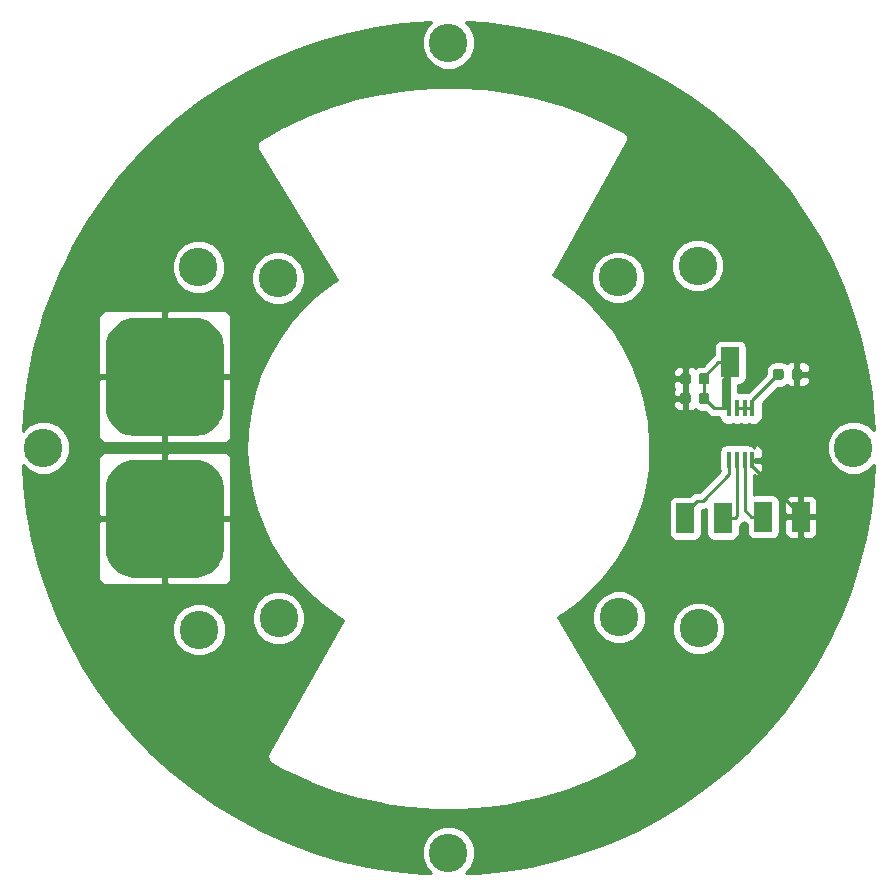
<source format=gbr>
G04 #@! TF.GenerationSoftware,KiCad,Pcbnew,(5.0.0)*
G04 #@! TF.CreationDate,2020-03-19T15:53:23-07:00*
G04 #@! TF.ProjectId,ring_illuminator,72696E675F696C6C756D696E61746F72,rev?*
G04 #@! TF.SameCoordinates,Original*
G04 #@! TF.FileFunction,Copper,L1,Top,Signal*
G04 #@! TF.FilePolarity,Positive*
%FSLAX46Y46*%
G04 Gerber Fmt 4.6, Leading zero omitted, Abs format (unit mm)*
G04 Created by KiCad (PCBNEW (5.0.0)) date 03/19/20 15:53:23*
%MOMM*%
%LPD*%
G01*
G04 APERTURE LIST*
G04 #@! TA.AperFunction,Conductor*
%ADD10C,0.100000*%
G04 #@! TD*
G04 #@! TA.AperFunction,SMDPad,CuDef*
%ADD11C,0.875000*%
G04 #@! TD*
G04 #@! TA.AperFunction,SMDPad,CuDef*
%ADD12R,0.450000X1.450000*%
G04 #@! TD*
G04 #@! TA.AperFunction,SMDPad,CuDef*
%ADD13R,1.524000X2.500000*%
G04 #@! TD*
G04 #@! TA.AperFunction,ComponentPad*
%ADD14C,3.260000*%
G04 #@! TD*
G04 #@! TA.AperFunction,SMDPad,CuDef*
%ADD15C,10.000000*%
G04 #@! TD*
G04 #@! TA.AperFunction,Conductor*
%ADD16C,0.250000*%
G04 #@! TD*
G04 #@! TA.AperFunction,Conductor*
%ADD17C,0.254000*%
G04 #@! TD*
G04 APERTURE END LIST*
D10*
G04 #@! TO.N,GND*
G04 #@! TO.C,C1*
G36*
X20306191Y4664947D02*
X20327426Y4661797D01*
X20348250Y4656581D01*
X20368462Y4649349D01*
X20387868Y4640170D01*
X20406281Y4629134D01*
X20423524Y4616346D01*
X20439430Y4601930D01*
X20453846Y4586024D01*
X20466634Y4568781D01*
X20477670Y4550368D01*
X20486849Y4530962D01*
X20494081Y4510750D01*
X20499297Y4489926D01*
X20502447Y4468691D01*
X20503500Y4447250D01*
X20503500Y3934750D01*
X20502447Y3913309D01*
X20499297Y3892074D01*
X20494081Y3871250D01*
X20486849Y3851038D01*
X20477670Y3831632D01*
X20466634Y3813219D01*
X20453846Y3795976D01*
X20439430Y3780070D01*
X20423524Y3765654D01*
X20406281Y3752866D01*
X20387868Y3741830D01*
X20368462Y3732651D01*
X20348250Y3725419D01*
X20327426Y3720203D01*
X20306191Y3717053D01*
X20284750Y3716000D01*
X19847250Y3716000D01*
X19825809Y3717053D01*
X19804574Y3720203D01*
X19783750Y3725419D01*
X19763538Y3732651D01*
X19744132Y3741830D01*
X19725719Y3752866D01*
X19708476Y3765654D01*
X19692570Y3780070D01*
X19678154Y3795976D01*
X19665366Y3813219D01*
X19654330Y3831632D01*
X19645151Y3851038D01*
X19637919Y3871250D01*
X19632703Y3892074D01*
X19629553Y3913309D01*
X19628500Y3934750D01*
X19628500Y4447250D01*
X19629553Y4468691D01*
X19632703Y4489926D01*
X19637919Y4510750D01*
X19645151Y4530962D01*
X19654330Y4550368D01*
X19665366Y4568781D01*
X19678154Y4586024D01*
X19692570Y4601930D01*
X19708476Y4616346D01*
X19725719Y4629134D01*
X19744132Y4640170D01*
X19763538Y4649349D01*
X19783750Y4656581D01*
X19804574Y4661797D01*
X19825809Y4664947D01*
X19847250Y4666000D01*
X20284750Y4666000D01*
X20306191Y4664947D01*
X20306191Y4664947D01*
G37*
D11*
G04 #@! TD*
G04 #@! TO.P,C1,2*
G04 #@! TO.N,GND*
X20066000Y4191000D03*
D10*
G04 #@! TO.N,/Vdd*
G04 #@! TO.C,C1*
G36*
X21881191Y4664947D02*
X21902426Y4661797D01*
X21923250Y4656581D01*
X21943462Y4649349D01*
X21962868Y4640170D01*
X21981281Y4629134D01*
X21998524Y4616346D01*
X22014430Y4601930D01*
X22028846Y4586024D01*
X22041634Y4568781D01*
X22052670Y4550368D01*
X22061849Y4530962D01*
X22069081Y4510750D01*
X22074297Y4489926D01*
X22077447Y4468691D01*
X22078500Y4447250D01*
X22078500Y3934750D01*
X22077447Y3913309D01*
X22074297Y3892074D01*
X22069081Y3871250D01*
X22061849Y3851038D01*
X22052670Y3831632D01*
X22041634Y3813219D01*
X22028846Y3795976D01*
X22014430Y3780070D01*
X21998524Y3765654D01*
X21981281Y3752866D01*
X21962868Y3741830D01*
X21943462Y3732651D01*
X21923250Y3725419D01*
X21902426Y3720203D01*
X21881191Y3717053D01*
X21859750Y3716000D01*
X21422250Y3716000D01*
X21400809Y3717053D01*
X21379574Y3720203D01*
X21358750Y3725419D01*
X21338538Y3732651D01*
X21319132Y3741830D01*
X21300719Y3752866D01*
X21283476Y3765654D01*
X21267570Y3780070D01*
X21253154Y3795976D01*
X21240366Y3813219D01*
X21229330Y3831632D01*
X21220151Y3851038D01*
X21212919Y3871250D01*
X21207703Y3892074D01*
X21204553Y3913309D01*
X21203500Y3934750D01*
X21203500Y4447250D01*
X21204553Y4468691D01*
X21207703Y4489926D01*
X21212919Y4510750D01*
X21220151Y4530962D01*
X21229330Y4550368D01*
X21240366Y4568781D01*
X21253154Y4586024D01*
X21267570Y4601930D01*
X21283476Y4616346D01*
X21300719Y4629134D01*
X21319132Y4640170D01*
X21338538Y4649349D01*
X21358750Y4656581D01*
X21379574Y4661797D01*
X21400809Y4664947D01*
X21422250Y4666000D01*
X21859750Y4666000D01*
X21881191Y4664947D01*
X21881191Y4664947D01*
G37*
D11*
G04 #@! TD*
G04 #@! TO.P,C1,1*
G04 #@! TO.N,/Vdd*
X21641000Y4191000D03*
D10*
G04 #@! TO.N,/Vdd*
G04 #@! TO.C,C2*
G36*
X21881191Y6315947D02*
X21902426Y6312797D01*
X21923250Y6307581D01*
X21943462Y6300349D01*
X21962868Y6291170D01*
X21981281Y6280134D01*
X21998524Y6267346D01*
X22014430Y6252930D01*
X22028846Y6237024D01*
X22041634Y6219781D01*
X22052670Y6201368D01*
X22061849Y6181962D01*
X22069081Y6161750D01*
X22074297Y6140926D01*
X22077447Y6119691D01*
X22078500Y6098250D01*
X22078500Y5585750D01*
X22077447Y5564309D01*
X22074297Y5543074D01*
X22069081Y5522250D01*
X22061849Y5502038D01*
X22052670Y5482632D01*
X22041634Y5464219D01*
X22028846Y5446976D01*
X22014430Y5431070D01*
X21998524Y5416654D01*
X21981281Y5403866D01*
X21962868Y5392830D01*
X21943462Y5383651D01*
X21923250Y5376419D01*
X21902426Y5371203D01*
X21881191Y5368053D01*
X21859750Y5367000D01*
X21422250Y5367000D01*
X21400809Y5368053D01*
X21379574Y5371203D01*
X21358750Y5376419D01*
X21338538Y5383651D01*
X21319132Y5392830D01*
X21300719Y5403866D01*
X21283476Y5416654D01*
X21267570Y5431070D01*
X21253154Y5446976D01*
X21240366Y5464219D01*
X21229330Y5482632D01*
X21220151Y5502038D01*
X21212919Y5522250D01*
X21207703Y5543074D01*
X21204553Y5564309D01*
X21203500Y5585750D01*
X21203500Y6098250D01*
X21204553Y6119691D01*
X21207703Y6140926D01*
X21212919Y6161750D01*
X21220151Y6181962D01*
X21229330Y6201368D01*
X21240366Y6219781D01*
X21253154Y6237024D01*
X21267570Y6252930D01*
X21283476Y6267346D01*
X21300719Y6280134D01*
X21319132Y6291170D01*
X21338538Y6300349D01*
X21358750Y6307581D01*
X21379574Y6312797D01*
X21400809Y6315947D01*
X21422250Y6317000D01*
X21859750Y6317000D01*
X21881191Y6315947D01*
X21881191Y6315947D01*
G37*
D11*
G04 #@! TD*
G04 #@! TO.P,C2,1*
G04 #@! TO.N,/Vdd*
X21641000Y5842000D03*
D10*
G04 #@! TO.N,GND*
G04 #@! TO.C,C2*
G36*
X20306191Y6315947D02*
X20327426Y6312797D01*
X20348250Y6307581D01*
X20368462Y6300349D01*
X20387868Y6291170D01*
X20406281Y6280134D01*
X20423524Y6267346D01*
X20439430Y6252930D01*
X20453846Y6237024D01*
X20466634Y6219781D01*
X20477670Y6201368D01*
X20486849Y6181962D01*
X20494081Y6161750D01*
X20499297Y6140926D01*
X20502447Y6119691D01*
X20503500Y6098250D01*
X20503500Y5585750D01*
X20502447Y5564309D01*
X20499297Y5543074D01*
X20494081Y5522250D01*
X20486849Y5502038D01*
X20477670Y5482632D01*
X20466634Y5464219D01*
X20453846Y5446976D01*
X20439430Y5431070D01*
X20423524Y5416654D01*
X20406281Y5403866D01*
X20387868Y5392830D01*
X20368462Y5383651D01*
X20348250Y5376419D01*
X20327426Y5371203D01*
X20306191Y5368053D01*
X20284750Y5367000D01*
X19847250Y5367000D01*
X19825809Y5368053D01*
X19804574Y5371203D01*
X19783750Y5376419D01*
X19763538Y5383651D01*
X19744132Y5392830D01*
X19725719Y5403866D01*
X19708476Y5416654D01*
X19692570Y5431070D01*
X19678154Y5446976D01*
X19665366Y5464219D01*
X19654330Y5482632D01*
X19645151Y5502038D01*
X19637919Y5522250D01*
X19632703Y5543074D01*
X19629553Y5564309D01*
X19628500Y5585750D01*
X19628500Y6098250D01*
X19629553Y6119691D01*
X19632703Y6140926D01*
X19637919Y6161750D01*
X19645151Y6181962D01*
X19654330Y6201368D01*
X19665366Y6219781D01*
X19678154Y6237024D01*
X19692570Y6252930D01*
X19708476Y6267346D01*
X19725719Y6280134D01*
X19744132Y6291170D01*
X19763538Y6300349D01*
X19783750Y6307581D01*
X19804574Y6312797D01*
X19825809Y6315947D01*
X19847250Y6317000D01*
X20284750Y6317000D01*
X20306191Y6315947D01*
X20306191Y6315947D01*
G37*
D11*
G04 #@! TD*
G04 #@! TO.P,C2,2*
G04 #@! TO.N,GND*
X20066000Y5842000D03*
D12*
G04 #@! TO.P,U1,1*
G04 #@! TO.N,/SDA*
X23790000Y-1057000D03*
G04 #@! TO.P,U1,2*
G04 #@! TO.N,/SCL*
X24440000Y-1057000D03*
G04 #@! TO.P,U1,3*
G04 #@! TO.N,/ALERT*
X25090000Y-1057000D03*
G04 #@! TO.P,U1,4*
G04 #@! TO.N,GND*
X25740000Y-1057000D03*
G04 #@! TO.P,U1,5*
G04 #@! TO.N,/A0*
X25740000Y3343000D03*
G04 #@! TO.P,U1,6*
X25090000Y3343000D03*
G04 #@! TO.P,U1,7*
X24440000Y3343000D03*
G04 #@! TO.P,U1,8*
G04 #@! TO.N,/Vdd*
X23790000Y3343000D03*
G04 #@! TD*
D10*
G04 #@! TO.N,GND*
G04 #@! TO.C,R1*
G36*
X29755191Y6696947D02*
X29776426Y6693797D01*
X29797250Y6688581D01*
X29817462Y6681349D01*
X29836868Y6672170D01*
X29855281Y6661134D01*
X29872524Y6648346D01*
X29888430Y6633930D01*
X29902846Y6618024D01*
X29915634Y6600781D01*
X29926670Y6582368D01*
X29935849Y6562962D01*
X29943081Y6542750D01*
X29948297Y6521926D01*
X29951447Y6500691D01*
X29952500Y6479250D01*
X29952500Y5966750D01*
X29951447Y5945309D01*
X29948297Y5924074D01*
X29943081Y5903250D01*
X29935849Y5883038D01*
X29926670Y5863632D01*
X29915634Y5845219D01*
X29902846Y5827976D01*
X29888430Y5812070D01*
X29872524Y5797654D01*
X29855281Y5784866D01*
X29836868Y5773830D01*
X29817462Y5764651D01*
X29797250Y5757419D01*
X29776426Y5752203D01*
X29755191Y5749053D01*
X29733750Y5748000D01*
X29296250Y5748000D01*
X29274809Y5749053D01*
X29253574Y5752203D01*
X29232750Y5757419D01*
X29212538Y5764651D01*
X29193132Y5773830D01*
X29174719Y5784866D01*
X29157476Y5797654D01*
X29141570Y5812070D01*
X29127154Y5827976D01*
X29114366Y5845219D01*
X29103330Y5863632D01*
X29094151Y5883038D01*
X29086919Y5903250D01*
X29081703Y5924074D01*
X29078553Y5945309D01*
X29077500Y5966750D01*
X29077500Y6479250D01*
X29078553Y6500691D01*
X29081703Y6521926D01*
X29086919Y6542750D01*
X29094151Y6562962D01*
X29103330Y6582368D01*
X29114366Y6600781D01*
X29127154Y6618024D01*
X29141570Y6633930D01*
X29157476Y6648346D01*
X29174719Y6661134D01*
X29193132Y6672170D01*
X29212538Y6681349D01*
X29232750Y6688581D01*
X29253574Y6693797D01*
X29274809Y6696947D01*
X29296250Y6698000D01*
X29733750Y6698000D01*
X29755191Y6696947D01*
X29755191Y6696947D01*
G37*
D11*
G04 #@! TD*
G04 #@! TO.P,R1,1*
G04 #@! TO.N,GND*
X29515000Y6223000D03*
D10*
G04 #@! TO.N,/A0*
G04 #@! TO.C,R1*
G36*
X28180191Y6696947D02*
X28201426Y6693797D01*
X28222250Y6688581D01*
X28242462Y6681349D01*
X28261868Y6672170D01*
X28280281Y6661134D01*
X28297524Y6648346D01*
X28313430Y6633930D01*
X28327846Y6618024D01*
X28340634Y6600781D01*
X28351670Y6582368D01*
X28360849Y6562962D01*
X28368081Y6542750D01*
X28373297Y6521926D01*
X28376447Y6500691D01*
X28377500Y6479250D01*
X28377500Y5966750D01*
X28376447Y5945309D01*
X28373297Y5924074D01*
X28368081Y5903250D01*
X28360849Y5883038D01*
X28351670Y5863632D01*
X28340634Y5845219D01*
X28327846Y5827976D01*
X28313430Y5812070D01*
X28297524Y5797654D01*
X28280281Y5784866D01*
X28261868Y5773830D01*
X28242462Y5764651D01*
X28222250Y5757419D01*
X28201426Y5752203D01*
X28180191Y5749053D01*
X28158750Y5748000D01*
X27721250Y5748000D01*
X27699809Y5749053D01*
X27678574Y5752203D01*
X27657750Y5757419D01*
X27637538Y5764651D01*
X27618132Y5773830D01*
X27599719Y5784866D01*
X27582476Y5797654D01*
X27566570Y5812070D01*
X27552154Y5827976D01*
X27539366Y5845219D01*
X27528330Y5863632D01*
X27519151Y5883038D01*
X27511919Y5903250D01*
X27506703Y5924074D01*
X27503553Y5945309D01*
X27502500Y5966750D01*
X27502500Y6479250D01*
X27503553Y6500691D01*
X27506703Y6521926D01*
X27511919Y6542750D01*
X27519151Y6562962D01*
X27528330Y6582368D01*
X27539366Y6600781D01*
X27552154Y6618024D01*
X27566570Y6633930D01*
X27582476Y6648346D01*
X27599719Y6661134D01*
X27618132Y6672170D01*
X27637538Y6681349D01*
X27657750Y6688581D01*
X27678574Y6693797D01*
X27699809Y6696947D01*
X27721250Y6698000D01*
X28158750Y6698000D01*
X28180191Y6696947D01*
X28180191Y6696947D01*
G37*
D11*
G04 #@! TD*
G04 #@! TO.P,R1,2*
G04 #@! TO.N,/A0*
X27940000Y6223000D03*
D13*
G04 #@! TO.P,J13,1*
G04 #@! TO.N,/Vdd*
X23876000Y7239000D03*
G04 #@! TD*
G04 #@! TO.P,J12,1*
G04 #@! TO.N,GND*
X29845000Y-5842000D03*
G04 #@! TD*
G04 #@! TO.P,J11,1*
G04 #@! TO.N,/ALERT*
X26670000Y-5842000D03*
G04 #@! TD*
G04 #@! TO.P,J10,1*
G04 #@! TO.N,/SCL*
X23241000Y-5969000D03*
G04 #@! TD*
G04 #@! TO.P,J9,1*
G04 #@! TO.N,/SDA*
X20066000Y-5969000D03*
G04 #@! TD*
D14*
G04 #@! TO.P,J17,1*
G04 #@! TO.N,Net-(J17-Pad1)*
X0Y34290000D03*
G04 #@! TD*
G04 #@! TO.P,J14,1*
G04 #@! TO.N,Net-(J14-Pad1)*
X-14379500Y-14413880D03*
G04 #@! TD*
G04 #@! TO.P,J15,1*
G04 #@! TO.N,Net-(J15-Pad1)*
X0Y-34290000D03*
G04 #@! TD*
G04 #@! TO.P,J16,1*
G04 #@! TO.N,Net-(J16-Pad1)*
X14356510Y14436800D03*
G04 #@! TD*
D10*
G04 #@! TO.N,GND*
G04 #@! TO.C,HS2*
G36*
X-21254957Y-1012038D02*
X-21012274Y-1048037D01*
X-20774288Y-1107649D01*
X-20543291Y-1190301D01*
X-20321508Y-1295197D01*
X-20111074Y-1421326D01*
X-19914017Y-1567474D01*
X-19732233Y-1732233D01*
X-19567474Y-1914017D01*
X-19421326Y-2111074D01*
X-19295197Y-2321508D01*
X-19190301Y-2543291D01*
X-19107649Y-2774288D01*
X-19048037Y-3012274D01*
X-19012038Y-3254957D01*
X-19000000Y-3500000D01*
X-19000000Y-8500000D01*
X-19012038Y-8745043D01*
X-19048037Y-8987726D01*
X-19107649Y-9225712D01*
X-19190301Y-9456709D01*
X-19295197Y-9678492D01*
X-19421326Y-9888926D01*
X-19567474Y-10085983D01*
X-19732233Y-10267767D01*
X-19914017Y-10432526D01*
X-20111074Y-10578674D01*
X-20321508Y-10704803D01*
X-20543291Y-10809699D01*
X-20774288Y-10892351D01*
X-21012274Y-10951963D01*
X-21254957Y-10987962D01*
X-21500000Y-11000000D01*
X-26500000Y-11000000D01*
X-26745043Y-10987962D01*
X-26987726Y-10951963D01*
X-27225712Y-10892351D01*
X-27456709Y-10809699D01*
X-27678492Y-10704803D01*
X-27888926Y-10578674D01*
X-28085983Y-10432526D01*
X-28267767Y-10267767D01*
X-28432526Y-10085983D01*
X-28578674Y-9888926D01*
X-28704803Y-9678492D01*
X-28809699Y-9456709D01*
X-28892351Y-9225712D01*
X-28951963Y-8987726D01*
X-28987962Y-8745043D01*
X-29000000Y-8500000D01*
X-29000000Y-3500000D01*
X-28987962Y-3254957D01*
X-28951963Y-3012274D01*
X-28892351Y-2774288D01*
X-28809699Y-2543291D01*
X-28704803Y-2321508D01*
X-28578674Y-2111074D01*
X-28432526Y-1914017D01*
X-28267767Y-1732233D01*
X-28085983Y-1567474D01*
X-27888926Y-1421326D01*
X-27678492Y-1295197D01*
X-27456709Y-1190301D01*
X-27225712Y-1107649D01*
X-26987726Y-1048037D01*
X-26745043Y-1012038D01*
X-26500000Y-1000000D01*
X-21500000Y-1000000D01*
X-21254957Y-1012038D01*
X-21254957Y-1012038D01*
G37*
D15*
G04 #@! TD*
G04 #@! TO.P,HS2,1*
G04 #@! TO.N,GND*
X-24000000Y-6000000D03*
D10*
G04 #@! TO.N,GND*
G04 #@! TO.C,HS1*
G36*
X-21254957Y10987962D02*
X-21012274Y10951963D01*
X-20774288Y10892351D01*
X-20543291Y10809699D01*
X-20321508Y10704803D01*
X-20111074Y10578674D01*
X-19914017Y10432526D01*
X-19732233Y10267767D01*
X-19567474Y10085983D01*
X-19421326Y9888926D01*
X-19295197Y9678492D01*
X-19190301Y9456709D01*
X-19107649Y9225712D01*
X-19048037Y8987726D01*
X-19012038Y8745043D01*
X-19000000Y8500000D01*
X-19000000Y3500000D01*
X-19012038Y3254957D01*
X-19048037Y3012274D01*
X-19107649Y2774288D01*
X-19190301Y2543291D01*
X-19295197Y2321508D01*
X-19421326Y2111074D01*
X-19567474Y1914017D01*
X-19732233Y1732233D01*
X-19914017Y1567474D01*
X-20111074Y1421326D01*
X-20321508Y1295197D01*
X-20543291Y1190301D01*
X-20774288Y1107649D01*
X-21012274Y1048037D01*
X-21254957Y1012038D01*
X-21500000Y1000000D01*
X-26500000Y1000000D01*
X-26745043Y1012038D01*
X-26987726Y1048037D01*
X-27225712Y1107649D01*
X-27456709Y1190301D01*
X-27678492Y1295197D01*
X-27888926Y1421326D01*
X-28085983Y1567474D01*
X-28267767Y1732233D01*
X-28432526Y1914017D01*
X-28578674Y2111074D01*
X-28704803Y2321508D01*
X-28809699Y2543291D01*
X-28892351Y2774288D01*
X-28951963Y3012274D01*
X-28987962Y3254957D01*
X-29000000Y3500000D01*
X-29000000Y8500000D01*
X-28987962Y8745043D01*
X-28951963Y8987726D01*
X-28892351Y9225712D01*
X-28809699Y9456709D01*
X-28704803Y9678492D01*
X-28578674Y9888926D01*
X-28432526Y10085983D01*
X-28267767Y10267767D01*
X-28085983Y10432526D01*
X-27888926Y10578674D01*
X-27678492Y10704803D01*
X-27456709Y10809699D01*
X-27225712Y10892351D01*
X-26987726Y10951963D01*
X-26745043Y10987962D01*
X-26500000Y11000000D01*
X-21500000Y11000000D01*
X-21254957Y10987962D01*
X-21254957Y10987962D01*
G37*
D15*
G04 #@! TD*
G04 #@! TO.P,HS1,1*
G04 #@! TO.N,GND*
X-24000000Y6000000D03*
D14*
G04 #@! TO.P,J2,1*
G04 #@! TO.N,Net-(J2-Pad1)*
X34290000Y0D03*
G04 #@! TD*
G04 #@! TO.P,J1,1*
G04 #@! TO.N,Net-(J1-Pad1)*
X-34290000Y0D03*
G04 #@! TD*
G04 #@! TO.P,J8,1*
G04 #@! TO.N,Net-(J8-Pad1)*
X14448190Y-14345010D03*
G04 #@! TD*
G04 #@! TO.P,J7,1*
G04 #@! TO.N,Net-(J7-Pad1)*
X-14425300Y14368000D03*
G04 #@! TD*
G04 #@! TO.P,J6,1*
G04 #@! TO.N,Net-(J6-Pad1)*
X-21168900Y15318400D03*
G04 #@! TD*
G04 #@! TO.P,J5,1*
G04 #@! TO.N,Net-(J5-Pad1)*
X-21120000Y-15385750D03*
G04 #@! TD*
G04 #@! TO.P,J4,1*
G04 #@! TO.N,Net-(J4-Pad1)*
X21193300Y-15284660D03*
G04 #@! TD*
G04 #@! TO.P,J3,1*
G04 #@! TO.N,Net-(J3-Pad1)*
X21095500Y15419400D03*
G04 #@! TD*
D16*
G04 #@! TO.N,GND*
X29845000Y-5662000D02*
X29845000Y-5842000D01*
X25740000Y-1557000D02*
X29845000Y-5662000D01*
X25740000Y-1057000D02*
X25740000Y-1557000D01*
G04 #@! TO.N,/SDA*
X20066000Y-5481000D02*
X20066000Y-5969000D01*
X21078000Y-4469000D02*
X20066000Y-5481000D01*
X21566000Y-4469000D02*
X21078000Y-4469000D01*
X23790000Y-2245000D02*
X21566000Y-4469000D01*
X23790000Y-1057000D02*
X23790000Y-2245000D01*
G04 #@! TO.N,/SCL*
X24253000Y-5969000D02*
X23241000Y-5969000D01*
X24440000Y-5782000D02*
X24253000Y-5969000D01*
X24440000Y-1057000D02*
X24440000Y-5782000D01*
G04 #@! TO.N,/ALERT*
X25658000Y-5842000D02*
X26670000Y-5842000D01*
X25090000Y-5274000D02*
X25658000Y-5842000D01*
X25090000Y-1057000D02*
X25090000Y-5274000D01*
G04 #@! TO.N,/Vdd*
X22489000Y3343000D02*
X21641000Y4191000D01*
X23790000Y3343000D02*
X22489000Y3343000D01*
X21641000Y5842000D02*
X21641000Y4191000D01*
X23790000Y7153000D02*
X23876000Y7239000D01*
X23790000Y3343000D02*
X23790000Y7153000D01*
X21641000Y6016000D02*
X21641000Y5842000D01*
X22864000Y7239000D02*
X21641000Y6016000D01*
X23876000Y7239000D02*
X22864000Y7239000D01*
X23315000Y3343000D02*
X23241000Y3417000D01*
X23790000Y3343000D02*
X23315000Y3343000D01*
X23241000Y3417000D02*
X23241000Y5842000D01*
X23241000Y5842000D02*
X23368000Y5842000D01*
X23368000Y5842000D02*
X23495000Y5969000D01*
X23495000Y5969000D02*
X23495000Y3556000D01*
G04 #@! TO.N,/A0*
X25740000Y4023000D02*
X25740000Y3343000D01*
X27940000Y6223000D02*
X25740000Y4023000D01*
X24440000Y3343000D02*
X25740000Y3343000D01*
G04 #@! TD*
D17*
G04 #@! TO.N,GND*
G36*
X-1920174Y35573019D02*
X-2265000Y34740537D01*
X-2265000Y33839463D01*
X-1920174Y33006981D01*
X-1283019Y32369826D01*
X-450537Y32025000D01*
X450537Y32025000D01*
X1283019Y32369826D01*
X1920174Y33006981D01*
X2265000Y33839463D01*
X2265000Y34740537D01*
X1920174Y35573019D01*
X1479707Y36013486D01*
X3080134Y35928211D01*
X5392244Y35654555D01*
X7681876Y35232263D01*
X9939483Y34663097D01*
X12155655Y33949428D01*
X14321153Y33094232D01*
X16426949Y32101074D01*
X18464266Y30974094D01*
X20424609Y29717990D01*
X22299807Y28338000D01*
X24082042Y26839874D01*
X25763885Y25229860D01*
X27338324Y23514668D01*
X28798796Y21701450D01*
X30139213Y19797763D01*
X31353987Y17811544D01*
X32438054Y15751072D01*
X33386893Y13624939D01*
X34196551Y11442006D01*
X34863651Y9211374D01*
X35385413Y6942342D01*
X35759662Y4644369D01*
X35984837Y2327035D01*
X36012163Y1481030D01*
X35573019Y1920174D01*
X34740537Y2265000D01*
X33839463Y2265000D01*
X33006981Y1920174D01*
X32369826Y1283019D01*
X32025000Y450537D01*
X32025000Y-450537D01*
X32369826Y-1283019D01*
X33006981Y-1920174D01*
X33839463Y-2265000D01*
X34740537Y-2265000D01*
X35573019Y-1920174D01*
X36012737Y-1480456D01*
X35933533Y-3017423D01*
X35663912Y-5330007D01*
X35245617Y-7620372D01*
X34680392Y-9878969D01*
X33970592Y-12096384D01*
X33119177Y-14263371D01*
X32129695Y-16370897D01*
X31006273Y-18410178D01*
X29753593Y-20372710D01*
X28376877Y-22250314D01*
X26881865Y-24035161D01*
X25274788Y-25719811D01*
X23562347Y-27297242D01*
X21751680Y-28760876D01*
X19850335Y-30104614D01*
X17866240Y-31322852D01*
X15807664Y-32410513D01*
X13683189Y-33363062D01*
X11501673Y-34176529D01*
X9272209Y-34847521D01*
X7004091Y-35373243D01*
X4706774Y-35751502D01*
X2389837Y-35980721D01*
X1481547Y-36011646D01*
X1920174Y-35573019D01*
X2265000Y-34740537D01*
X2265000Y-33839463D01*
X1920174Y-33006981D01*
X1283019Y-32369826D01*
X450537Y-32025000D01*
X-450537Y-32025000D01*
X-1283019Y-32369826D01*
X-1920174Y-33006981D01*
X-2265000Y-33839463D01*
X-2265000Y-34740537D01*
X-1920174Y-35573019D01*
X-1480401Y-36012792D01*
X-2264226Y-35988844D01*
X-4581950Y-35767714D01*
X-6880572Y-35397476D01*
X-9150511Y-34879675D01*
X-11382304Y-34216469D01*
X-13566647Y-33410622D01*
X-15694433Y-32465495D01*
X-17756794Y-31385026D01*
X-19745130Y-30173721D01*
X-21651153Y-28836629D01*
X-23466918Y-27379323D01*
X-25184855Y-25807880D01*
X-26797802Y-24128850D01*
X-28299036Y-22349232D01*
X-29682297Y-20476445D01*
X-30941821Y-18518298D01*
X-32072354Y-16482951D01*
X-32805619Y-14935213D01*
X-23385000Y-14935213D01*
X-23385000Y-15836287D01*
X-23040174Y-16668769D01*
X-22403019Y-17305924D01*
X-21570537Y-17650750D01*
X-20669463Y-17650750D01*
X-19836981Y-17305924D01*
X-19199826Y-16668769D01*
X-18855000Y-15836287D01*
X-18855000Y-14935213D01*
X-19199826Y-14102731D01*
X-19339214Y-13963343D01*
X-16644500Y-13963343D01*
X-16644500Y-14864417D01*
X-16299674Y-15696899D01*
X-15662519Y-16334054D01*
X-14830037Y-16678880D01*
X-13928963Y-16678880D01*
X-13096481Y-16334054D01*
X-12459326Y-15696899D01*
X-12114500Y-14864417D01*
X-12114500Y-13963343D01*
X-12459326Y-13130861D01*
X-13096481Y-12493706D01*
X-13928963Y-12148880D01*
X-14830037Y-12148880D01*
X-15662519Y-12493706D01*
X-16299674Y-13130861D01*
X-16644500Y-13963343D01*
X-19339214Y-13963343D01*
X-19836981Y-13465576D01*
X-20669463Y-13120750D01*
X-21570537Y-13120750D01*
X-22403019Y-13465576D01*
X-23040174Y-14102731D01*
X-23385000Y-14935213D01*
X-32805619Y-14935213D01*
X-33069186Y-14378891D01*
X-33928161Y-12214889D01*
X-34645696Y-9999966D01*
X-35218802Y-7743356D01*
X-35490269Y-6285750D01*
X-29635000Y-6285750D01*
X-29635000Y-11126310D01*
X-29538327Y-11359699D01*
X-29359698Y-11538327D01*
X-29126309Y-11635000D01*
X-24285750Y-11635000D01*
X-24127000Y-11476250D01*
X-24127000Y-6127000D01*
X-23873000Y-6127000D01*
X-23873000Y-11476250D01*
X-23714250Y-11635000D01*
X-18873691Y-11635000D01*
X-18640302Y-11538327D01*
X-18461673Y-11359699D01*
X-18365000Y-11126310D01*
X-18365000Y-6285750D01*
X-18523750Y-6127000D01*
X-23873000Y-6127000D01*
X-24127000Y-6127000D01*
X-29476250Y-6127000D01*
X-29635000Y-6285750D01*
X-35490269Y-6285750D01*
X-35645090Y-5454465D01*
X-35922781Y-3142836D01*
X-36014356Y-1478837D01*
X-35573019Y-1920174D01*
X-34740537Y-2265000D01*
X-33839463Y-2265000D01*
X-33006981Y-1920174D01*
X-32369826Y-1283019D01*
X-32200277Y-873690D01*
X-29635000Y-873690D01*
X-29635000Y-5714250D01*
X-29476250Y-5873000D01*
X-24127000Y-5873000D01*
X-24127000Y-523750D01*
X-23873000Y-523750D01*
X-23873000Y-5873000D01*
X-18523750Y-5873000D01*
X-18365000Y-5714250D01*
X-18365000Y-873690D01*
X-18461673Y-640301D01*
X-18640302Y-461673D01*
X-18873691Y-365000D01*
X-23714250Y-365000D01*
X-23873000Y-523750D01*
X-24127000Y-523750D01*
X-24285750Y-365000D01*
X-29126309Y-365000D01*
X-29359698Y-461673D01*
X-29538327Y-640301D01*
X-29635000Y-873690D01*
X-32200277Y-873690D01*
X-32025000Y-450537D01*
X-32025000Y-238893D01*
X-17108332Y-238893D01*
X-17003369Y-1907233D01*
X-16736105Y-3557369D01*
X-16309092Y-5173549D01*
X-15726406Y-6740346D01*
X-14993607Y-8242805D01*
X-14117692Y-9666585D01*
X-13107020Y-10998096D01*
X-11971240Y-12224628D01*
X-10721191Y-13334473D01*
X-9368807Y-14317037D01*
X-8944601Y-14565917D01*
X-15259025Y-25876973D01*
X-15324005Y-26077886D01*
X-15301463Y-26359439D01*
X-15172891Y-26610936D01*
X-14957863Y-26794085D01*
X-14882998Y-26818298D01*
X-13742169Y-27424667D01*
X-13730302Y-27430440D01*
X-13704964Y-27443068D01*
X-11763759Y-28333517D01*
X-11761474Y-28334468D01*
X-11759247Y-28335568D01*
X-11716861Y-28353031D01*
X-9716960Y-29102409D01*
X-9714606Y-29103196D01*
X-9712312Y-29104132D01*
X-9668872Y-29118492D01*
X-9668787Y-29118520D01*
X-9668779Y-29118522D01*
X-7620424Y-29722993D01*
X-7618018Y-29723610D01*
X-7615665Y-29724379D01*
X-7571222Y-29735618D01*
X-5484885Y-30192091D01*
X-5482433Y-30192536D01*
X-5480038Y-30193133D01*
X-5434906Y-30201166D01*
X-3321270Y-30507303D01*
X-3318800Y-30507571D01*
X-3316362Y-30507996D01*
X-3270801Y-30512778D01*
X-3270771Y-30512781D01*
X-3270769Y-30512781D01*
X-1140656Y-30667015D01*
X-1138182Y-30667105D01*
X-1135711Y-30667356D01*
X-1089894Y-30668869D01*
X1045797Y-30670411D01*
X1048278Y-30670324D01*
X1050753Y-30670397D01*
X1096561Y-30668630D01*
X3226896Y-30517472D01*
X3229360Y-30517208D01*
X3231839Y-30517104D01*
X3277403Y-30512067D01*
X5391479Y-30208981D01*
X5393928Y-30208540D01*
X5396382Y-30208260D01*
X5441470Y-30199978D01*
X7528466Y-29746518D01*
X7530864Y-29745906D01*
X7533306Y-29745449D01*
X7577419Y-29734033D01*
X7577686Y-29733965D01*
X7577711Y-29733957D01*
X9626919Y-29132449D01*
X9629264Y-29131669D01*
X9631670Y-29131037D01*
X9674860Y-29116494D01*
X9675115Y-29116409D01*
X9675139Y-29116399D01*
X11676096Y-28369918D01*
X11678390Y-28368967D01*
X11680734Y-28368169D01*
X11723022Y-28350472D01*
X13665511Y-27462827D01*
X13667730Y-27461715D01*
X13670012Y-27460751D01*
X13710927Y-27440076D01*
X15584980Y-26415820D01*
X15599127Y-26407417D01*
X15608377Y-26404171D01*
X15615836Y-26397493D01*
X15628653Y-26389880D01*
X15670360Y-26360883D01*
X15709886Y-26328979D01*
X15747030Y-26294332D01*
X15781602Y-26257116D01*
X15804646Y-26228447D01*
X15818813Y-26215763D01*
X15828269Y-26196081D01*
X15842336Y-26175759D01*
X15868187Y-26132033D01*
X15890844Y-26086571D01*
X15910195Y-26039605D01*
X15925077Y-25994579D01*
X15941130Y-25961166D01*
X15943798Y-25912865D01*
X15947490Y-25892120D01*
X15952792Y-25841602D01*
X15954468Y-25790834D01*
X15952852Y-25748939D01*
X15956707Y-25679141D01*
X15911901Y-25551472D01*
X15908817Y-25542313D01*
X15908008Y-25540381D01*
X15886781Y-25479896D01*
X9304246Y-14344441D01*
X9567791Y-14184833D01*
X9955923Y-13894473D01*
X12183190Y-13894473D01*
X12183190Y-14795547D01*
X12528016Y-15628029D01*
X13165171Y-16265184D01*
X13997653Y-16610010D01*
X14898727Y-16610010D01*
X15731209Y-16265184D01*
X16368364Y-15628029D01*
X16697211Y-14834123D01*
X18928300Y-14834123D01*
X18928300Y-15735197D01*
X19273126Y-16567679D01*
X19910281Y-17204834D01*
X20742763Y-17549660D01*
X21643837Y-17549660D01*
X22476319Y-17204834D01*
X23113474Y-16567679D01*
X23458300Y-15735197D01*
X23458300Y-14834123D01*
X23113474Y-14001641D01*
X22476319Y-13364486D01*
X21643837Y-13019660D01*
X20742763Y-13019660D01*
X19910281Y-13364486D01*
X19273126Y-14001641D01*
X18928300Y-14834123D01*
X16697211Y-14834123D01*
X16713190Y-14795547D01*
X16713190Y-13894473D01*
X16368364Y-13061991D01*
X15731209Y-12424836D01*
X14898727Y-12080010D01*
X13997653Y-12080010D01*
X13165171Y-12424836D01*
X12528016Y-13061991D01*
X12183190Y-13894473D01*
X9955923Y-13894473D01*
X10906324Y-13183482D01*
X12140755Y-12056291D01*
X13259300Y-10814021D01*
X14251282Y-9468529D01*
X15107233Y-8032658D01*
X15818983Y-6520114D01*
X16379737Y-4945334D01*
X16436168Y-4719000D01*
X18656560Y-4719000D01*
X18656560Y-7219000D01*
X18705843Y-7466765D01*
X18846191Y-7676809D01*
X19056235Y-7817157D01*
X19304000Y-7866440D01*
X20828000Y-7866440D01*
X21075765Y-7817157D01*
X21285809Y-7676809D01*
X21426157Y-7466765D01*
X21475440Y-7219000D01*
X21475440Y-5229000D01*
X21491153Y-5229000D01*
X21566000Y-5243888D01*
X21640847Y-5229000D01*
X21640852Y-5229000D01*
X21831560Y-5191066D01*
X21831560Y-7219000D01*
X21880843Y-7466765D01*
X22021191Y-7676809D01*
X22231235Y-7817157D01*
X22479000Y-7866440D01*
X24003000Y-7866440D01*
X24250765Y-7817157D01*
X24460809Y-7676809D01*
X24601157Y-7466765D01*
X24650440Y-7219000D01*
X24650440Y-6617483D01*
X24800929Y-6516929D01*
X24843331Y-6453470D01*
X24924470Y-6372331D01*
X24987929Y-6329929D01*
X25021253Y-6280056D01*
X25067672Y-6326475D01*
X25110071Y-6389929D01*
X25173524Y-6432327D01*
X25173526Y-6432329D01*
X25260560Y-6490483D01*
X25260560Y-7092000D01*
X25309843Y-7339765D01*
X25450191Y-7549809D01*
X25660235Y-7690157D01*
X25908000Y-7739440D01*
X27432000Y-7739440D01*
X27679765Y-7690157D01*
X27889809Y-7549809D01*
X28030157Y-7339765D01*
X28079440Y-7092000D01*
X28079440Y-6127750D01*
X28448000Y-6127750D01*
X28448000Y-7218309D01*
X28544673Y-7451698D01*
X28723301Y-7630327D01*
X28956690Y-7727000D01*
X29559250Y-7727000D01*
X29718000Y-7568250D01*
X29718000Y-5969000D01*
X29972000Y-5969000D01*
X29972000Y-7568250D01*
X30130750Y-7727000D01*
X30733310Y-7727000D01*
X30966699Y-7630327D01*
X31145327Y-7451698D01*
X31242000Y-7218309D01*
X31242000Y-6127750D01*
X31083250Y-5969000D01*
X29972000Y-5969000D01*
X29718000Y-5969000D01*
X28606750Y-5969000D01*
X28448000Y-6127750D01*
X28079440Y-6127750D01*
X28079440Y-4592000D01*
X28054316Y-4465691D01*
X28448000Y-4465691D01*
X28448000Y-5556250D01*
X28606750Y-5715000D01*
X29718000Y-5715000D01*
X29718000Y-4115750D01*
X29972000Y-4115750D01*
X29972000Y-5715000D01*
X31083250Y-5715000D01*
X31242000Y-5556250D01*
X31242000Y-4465691D01*
X31145327Y-4232302D01*
X30966699Y-4053673D01*
X30733310Y-3957000D01*
X30130750Y-3957000D01*
X29972000Y-4115750D01*
X29718000Y-4115750D01*
X29559250Y-3957000D01*
X28956690Y-3957000D01*
X28723301Y-4053673D01*
X28544673Y-4232302D01*
X28448000Y-4465691D01*
X28054316Y-4465691D01*
X28030157Y-4344235D01*
X27889809Y-4134191D01*
X27679765Y-3993843D01*
X27432000Y-3944560D01*
X25908000Y-3944560D01*
X25850000Y-3956097D01*
X25850000Y-2417000D01*
X25867002Y-2417000D01*
X25867002Y-2272752D01*
X26011250Y-2417000D01*
X26091310Y-2417000D01*
X26324699Y-2320327D01*
X26503327Y-2141698D01*
X26600000Y-1908309D01*
X26600000Y-1342750D01*
X26441250Y-1184000D01*
X25962440Y-1184000D01*
X25962440Y-930000D01*
X26441250Y-930000D01*
X26600000Y-771250D01*
X26600000Y-205691D01*
X26503327Y27698D01*
X26324699Y206327D01*
X26091310Y303000D01*
X26011250Y303000D01*
X25852500Y144250D01*
X25852500Y6544D01*
X25772809Y125809D01*
X25562765Y266157D01*
X25491397Y280353D01*
X25468750Y303000D01*
X25388690Y303000D01*
X25385073Y301502D01*
X25315000Y315440D01*
X24865000Y315440D01*
X24765000Y295549D01*
X24665000Y315440D01*
X24215000Y315440D01*
X24115000Y295549D01*
X24015000Y315440D01*
X23565000Y315440D01*
X23317235Y266157D01*
X23107191Y125809D01*
X22966843Y-84235D01*
X22917560Y-332000D01*
X22917560Y-1782000D01*
X22960802Y-1999396D01*
X21251199Y-3709000D01*
X21152846Y-3709000D01*
X21077999Y-3694112D01*
X21003152Y-3709000D01*
X21003148Y-3709000D01*
X20781463Y-3753096D01*
X20530071Y-3921071D01*
X20487671Y-3984527D01*
X20400638Y-4071560D01*
X19304000Y-4071560D01*
X19056235Y-4120843D01*
X18846191Y-4261191D01*
X18705843Y-4471235D01*
X18656560Y-4719000D01*
X16436168Y-4719000D01*
X16784143Y-3323350D01*
X17028341Y-1669643D01*
X17110000Y0D01*
X17103329Y477739D01*
X16975083Y2144452D01*
X16684805Y3790695D01*
X16652821Y3905250D01*
X18993500Y3905250D01*
X18993500Y3589690D01*
X19090173Y3356301D01*
X19268802Y3177673D01*
X19502191Y3081000D01*
X19780250Y3081000D01*
X19939000Y3239750D01*
X19939000Y4064000D01*
X19152250Y4064000D01*
X18993500Y3905250D01*
X16652821Y3905250D01*
X16235269Y5400755D01*
X16174957Y5556250D01*
X18993500Y5556250D01*
X18993500Y5240690D01*
X19086363Y5016500D01*
X18993500Y4792310D01*
X18993500Y4476750D01*
X19152250Y4318000D01*
X19939000Y4318000D01*
X19939000Y5715000D01*
X19152250Y5715000D01*
X18993500Y5556250D01*
X16174957Y5556250D01*
X15830889Y6443310D01*
X18993500Y6443310D01*
X18993500Y6127750D01*
X19152250Y5969000D01*
X19939000Y5969000D01*
X19939000Y6793250D01*
X20193000Y6793250D01*
X20193000Y5969000D01*
X20213000Y5969000D01*
X20213000Y5715000D01*
X20193000Y5715000D01*
X20193000Y4318000D01*
X20213000Y4318000D01*
X20213000Y4064000D01*
X20193000Y4064000D01*
X20193000Y3239750D01*
X20351750Y3081000D01*
X20629809Y3081000D01*
X20863198Y3177673D01*
X20928469Y3242943D01*
X21090773Y3134495D01*
X21422250Y3068560D01*
X21688638Y3068560D01*
X21898671Y2858527D01*
X21941071Y2795071D01*
X22192463Y2627096D01*
X22414148Y2583000D01*
X22414152Y2583000D01*
X22488999Y2568112D01*
X22563846Y2583000D01*
X22924522Y2583000D01*
X22966843Y2370235D01*
X23107191Y2160191D01*
X23317235Y2019843D01*
X23565000Y1970560D01*
X24015000Y1970560D01*
X24115000Y1990451D01*
X24215000Y1970560D01*
X24665000Y1970560D01*
X24765000Y1990451D01*
X24865000Y1970560D01*
X25315000Y1970560D01*
X25415000Y1990451D01*
X25515000Y1970560D01*
X25965000Y1970560D01*
X26212765Y2019843D01*
X26422809Y2160191D01*
X26563157Y2370235D01*
X26612440Y2618000D01*
X26612440Y3820639D01*
X27892362Y5100560D01*
X28158750Y5100560D01*
X28490227Y5166495D01*
X28652531Y5274943D01*
X28717802Y5209673D01*
X28951191Y5113000D01*
X29229250Y5113000D01*
X29388000Y5271750D01*
X29388000Y6096000D01*
X29642000Y6096000D01*
X29642000Y5271750D01*
X29800750Y5113000D01*
X30078809Y5113000D01*
X30312198Y5209673D01*
X30490827Y5388301D01*
X30587500Y5621690D01*
X30587500Y5937250D01*
X30428750Y6096000D01*
X29642000Y6096000D01*
X29388000Y6096000D01*
X29368000Y6096000D01*
X29368000Y6350000D01*
X29388000Y6350000D01*
X29388000Y7174250D01*
X29642000Y7174250D01*
X29642000Y6350000D01*
X30428750Y6350000D01*
X30587500Y6508750D01*
X30587500Y6824310D01*
X30490827Y7057699D01*
X30312198Y7236327D01*
X30078809Y7333000D01*
X29800750Y7333000D01*
X29642000Y7174250D01*
X29388000Y7174250D01*
X29229250Y7333000D01*
X28951191Y7333000D01*
X28717802Y7236327D01*
X28652531Y7171057D01*
X28490227Y7279505D01*
X28158750Y7345440D01*
X27721250Y7345440D01*
X27389773Y7279505D01*
X27108761Y7091739D01*
X26920995Y6810727D01*
X26855060Y6479250D01*
X26855060Y6212862D01*
X25350565Y4708366D01*
X25315000Y4715440D01*
X24865000Y4715440D01*
X24765000Y4695549D01*
X24665000Y4715440D01*
X24550000Y4715440D01*
X24550000Y5341560D01*
X24638000Y5341560D01*
X24885765Y5390843D01*
X25095809Y5531191D01*
X25236157Y5741235D01*
X25285440Y5989000D01*
X25285440Y8489000D01*
X25236157Y8736765D01*
X25095809Y8946809D01*
X24885765Y9087157D01*
X24638000Y9136440D01*
X23114000Y9136440D01*
X22866235Y9087157D01*
X22656191Y8946809D01*
X22515843Y8736765D01*
X22466560Y8489000D01*
X22466560Y7887483D01*
X22316071Y7786929D01*
X22273671Y7723473D01*
X21514639Y6964440D01*
X21422250Y6964440D01*
X21090773Y6898505D01*
X20928469Y6790057D01*
X20863198Y6855327D01*
X20629809Y6952000D01*
X20351750Y6952000D01*
X20193000Y6793250D01*
X19939000Y6793250D01*
X19780250Y6952000D01*
X19502191Y6952000D01*
X19268802Y6855327D01*
X19090173Y6676699D01*
X18993500Y6443310D01*
X15830889Y6443310D01*
X15630763Y6959264D01*
X14877058Y8451345D01*
X13981349Y9862757D01*
X12952185Y11180027D01*
X11799390Y12390581D01*
X10533968Y13482864D01*
X9167996Y14446451D01*
X8892663Y14602862D01*
X9050090Y14887337D01*
X12091510Y14887337D01*
X12091510Y13986263D01*
X12436336Y13153781D01*
X13073491Y12516626D01*
X13905973Y12171800D01*
X14807047Y12171800D01*
X15639529Y12516626D01*
X16276684Y13153781D01*
X16621510Y13986263D01*
X16621510Y14887337D01*
X16276684Y15719819D01*
X16126566Y15869937D01*
X18830500Y15869937D01*
X18830500Y14968863D01*
X19175326Y14136381D01*
X19812481Y13499226D01*
X20644963Y13154400D01*
X21546037Y13154400D01*
X22378519Y13499226D01*
X23015674Y14136381D01*
X23360500Y14968863D01*
X23360500Y15869937D01*
X23015674Y16702419D01*
X22378519Y17339574D01*
X21546037Y17684400D01*
X20644963Y17684400D01*
X19812481Y17339574D01*
X19175326Y16702419D01*
X18830500Y15869937D01*
X16126566Y15869937D01*
X15639529Y16356974D01*
X14807047Y16701800D01*
X13905973Y16701800D01*
X13073491Y16356974D01*
X12436336Y15719819D01*
X12091510Y14887337D01*
X9050090Y14887337D01*
X15133078Y25879400D01*
X15197312Y26080552D01*
X15173726Y26362021D01*
X15044223Y26613039D01*
X14828516Y26795389D01*
X14752160Y26819772D01*
X13598857Y27421235D01*
X13586883Y27426944D01*
X13561509Y27439344D01*
X11602929Y28319263D01*
X11600629Y28320199D01*
X11598401Y28321278D01*
X11555880Y28338408D01*
X9539400Y29076042D01*
X9537042Y29076810D01*
X9534738Y29077729D01*
X9491102Y29091775D01*
X7427043Y29683348D01*
X7424639Y29683945D01*
X7422274Y29684697D01*
X7377744Y29695587D01*
X5276672Y30138072D01*
X5274235Y30138495D01*
X5271818Y30139077D01*
X5226671Y30146747D01*
X5226624Y30146755D01*
X5226620Y30146755D01*
X3099293Y30437885D01*
X3096828Y30438133D01*
X3094380Y30438540D01*
X3048752Y30442968D01*
X906050Y30581255D01*
X903571Y30581326D01*
X901102Y30581557D01*
X855283Y30582711D01*
X855275Y30582711D01*
X-1291831Y30567446D01*
X-1294315Y30567339D01*
X-1296787Y30567393D01*
X-1342579Y30565268D01*
X-3483099Y30396529D01*
X-3485566Y30396245D01*
X-3488038Y30396122D01*
X-3533562Y30390728D01*
X-5656539Y30069380D01*
X-5658964Y30068924D01*
X-5661437Y30068622D01*
X-5706458Y30059987D01*
X-7801027Y29587674D01*
X-7803435Y29587040D01*
X-7805859Y29586566D01*
X-7849951Y29574787D01*
X-7850147Y29574735D01*
X-7850165Y29574729D01*
X-9905586Y28953874D01*
X-9907935Y28953072D01*
X-9910326Y28952424D01*
X-9953655Y28937456D01*
X-11959444Y28171226D01*
X-11961728Y28170259D01*
X-11964068Y28169441D01*
X-12006216Y28151413D01*
X-13952088Y27243734D01*
X-13954299Y27242604D01*
X-13956572Y27241623D01*
X-13997207Y27220688D01*
X-13997324Y27220628D01*
X-13997336Y27220621D01*
X-15873319Y26176148D01*
X-15916787Y26149867D01*
X-15958265Y26120545D01*
X-15997541Y26088332D01*
X-16034412Y26053395D01*
X-16068692Y26015910D01*
X-16100204Y25976071D01*
X-16128787Y25934079D01*
X-16154294Y25890152D01*
X-16176595Y25844514D01*
X-16195577Y25797398D01*
X-16211140Y25749046D01*
X-16223207Y25699705D01*
X-16231716Y25649626D01*
X-16236622Y25599068D01*
X-16237901Y25548288D01*
X-16235546Y25497547D01*
X-16229569Y25447104D01*
X-16220002Y25397218D01*
X-16206891Y25348143D01*
X-16190305Y25300132D01*
X-16170330Y25253429D01*
X-16147066Y25208273D01*
X-16120633Y25164897D01*
X-16091166Y25123521D01*
X-16058817Y25084359D01*
X-16050752Y25075906D01*
X-9470130Y14234062D01*
X-9764909Y14049863D01*
X-11089332Y13029920D01*
X-12307904Y11885605D01*
X-13408995Y10627839D01*
X-14382095Y9268627D01*
X-15217914Y7820946D01*
X-15908476Y6298611D01*
X-16447188Y4716155D01*
X-16828908Y3088683D01*
X-17049993Y1431728D01*
X-17108332Y-238893D01*
X-32025000Y-238893D01*
X-32025000Y450537D01*
X-32369826Y1283019D01*
X-33006981Y1920174D01*
X-33839463Y2265000D01*
X-34740537Y2265000D01*
X-35573019Y1920174D01*
X-36028807Y1464386D01*
X-36028369Y1510036D01*
X-35855826Y3831882D01*
X-35592952Y5714250D01*
X-29635000Y5714250D01*
X-29635000Y873690D01*
X-29538327Y640301D01*
X-29359698Y461673D01*
X-29126309Y365000D01*
X-24285750Y365000D01*
X-24127000Y523750D01*
X-24127000Y5873000D01*
X-23873000Y5873000D01*
X-23873000Y523750D01*
X-23714250Y365000D01*
X-18873691Y365000D01*
X-18640302Y461673D01*
X-18461673Y640301D01*
X-18365000Y873690D01*
X-18365000Y5714250D01*
X-18523750Y5873000D01*
X-23873000Y5873000D01*
X-24127000Y5873000D01*
X-29476250Y5873000D01*
X-29635000Y5714250D01*
X-35592952Y5714250D01*
X-35533809Y6137755D01*
X-35063659Y8418040D01*
X-34447338Y10663232D01*
X-34287436Y11126310D01*
X-29635000Y11126310D01*
X-29635000Y6285750D01*
X-29476250Y6127000D01*
X-24127000Y6127000D01*
X-24127000Y11476250D01*
X-23873000Y11476250D01*
X-23873000Y6127000D01*
X-18523750Y6127000D01*
X-18365000Y6285750D01*
X-18365000Y11126310D01*
X-18461673Y11359699D01*
X-18640302Y11538327D01*
X-18873691Y11635000D01*
X-23714250Y11635000D01*
X-23873000Y11476250D01*
X-24127000Y11476250D01*
X-24285750Y11635000D01*
X-29126309Y11635000D01*
X-29359698Y11538327D01*
X-29538327Y11359699D01*
X-29635000Y11126310D01*
X-34287436Y11126310D01*
X-33687413Y12863972D01*
X-32787054Y15011085D01*
X-32410029Y15768937D01*
X-23433900Y15768937D01*
X-23433900Y14867863D01*
X-23089074Y14035381D01*
X-22451919Y13398226D01*
X-21619437Y13053400D01*
X-20718363Y13053400D01*
X-19885881Y13398226D01*
X-19248726Y14035381D01*
X-18924332Y14818537D01*
X-16690300Y14818537D01*
X-16690300Y13917463D01*
X-16345474Y13084981D01*
X-15708319Y12447826D01*
X-14875837Y12103000D01*
X-13974763Y12103000D01*
X-13142281Y12447826D01*
X-12505126Y13084981D01*
X-12160300Y13917463D01*
X-12160300Y14818537D01*
X-12505126Y15651019D01*
X-13142281Y16288174D01*
X-13974763Y16633000D01*
X-14875837Y16633000D01*
X-15708319Y16288174D01*
X-16345474Y15651019D01*
X-16690300Y14818537D01*
X-18924332Y14818537D01*
X-18903900Y14867863D01*
X-18903900Y15768937D01*
X-19248726Y16601419D01*
X-19885881Y17238574D01*
X-20718363Y17583400D01*
X-21619437Y17583400D01*
X-22451919Y17238574D01*
X-23089074Y16601419D01*
X-23433900Y15768937D01*
X-32410029Y15768937D01*
X-31750013Y17095621D01*
X-30580614Y19108889D01*
X-29283732Y21042496D01*
X-27864773Y22888382D01*
X-26329652Y24638852D01*
X-24684769Y26286609D01*
X-22936981Y27824782D01*
X-21093574Y29246961D01*
X-19162233Y30547216D01*
X-17151009Y31720128D01*
X-15068287Y32760805D01*
X-12922748Y33664910D01*
X-10723338Y34428674D01*
X-8479225Y35048914D01*
X-6199763Y35523042D01*
X-3894457Y35849084D01*
X-1572915Y36025679D01*
X-1466305Y36026888D01*
X-1920174Y35573019D01*
X-1920174Y35573019D01*
G37*
X-1920174Y35573019D02*
X-2265000Y34740537D01*
X-2265000Y33839463D01*
X-1920174Y33006981D01*
X-1283019Y32369826D01*
X-450537Y32025000D01*
X450537Y32025000D01*
X1283019Y32369826D01*
X1920174Y33006981D01*
X2265000Y33839463D01*
X2265000Y34740537D01*
X1920174Y35573019D01*
X1479707Y36013486D01*
X3080134Y35928211D01*
X5392244Y35654555D01*
X7681876Y35232263D01*
X9939483Y34663097D01*
X12155655Y33949428D01*
X14321153Y33094232D01*
X16426949Y32101074D01*
X18464266Y30974094D01*
X20424609Y29717990D01*
X22299807Y28338000D01*
X24082042Y26839874D01*
X25763885Y25229860D01*
X27338324Y23514668D01*
X28798796Y21701450D01*
X30139213Y19797763D01*
X31353987Y17811544D01*
X32438054Y15751072D01*
X33386893Y13624939D01*
X34196551Y11442006D01*
X34863651Y9211374D01*
X35385413Y6942342D01*
X35759662Y4644369D01*
X35984837Y2327035D01*
X36012163Y1481030D01*
X35573019Y1920174D01*
X34740537Y2265000D01*
X33839463Y2265000D01*
X33006981Y1920174D01*
X32369826Y1283019D01*
X32025000Y450537D01*
X32025000Y-450537D01*
X32369826Y-1283019D01*
X33006981Y-1920174D01*
X33839463Y-2265000D01*
X34740537Y-2265000D01*
X35573019Y-1920174D01*
X36012737Y-1480456D01*
X35933533Y-3017423D01*
X35663912Y-5330007D01*
X35245617Y-7620372D01*
X34680392Y-9878969D01*
X33970592Y-12096384D01*
X33119177Y-14263371D01*
X32129695Y-16370897D01*
X31006273Y-18410178D01*
X29753593Y-20372710D01*
X28376877Y-22250314D01*
X26881865Y-24035161D01*
X25274788Y-25719811D01*
X23562347Y-27297242D01*
X21751680Y-28760876D01*
X19850335Y-30104614D01*
X17866240Y-31322852D01*
X15807664Y-32410513D01*
X13683189Y-33363062D01*
X11501673Y-34176529D01*
X9272209Y-34847521D01*
X7004091Y-35373243D01*
X4706774Y-35751502D01*
X2389837Y-35980721D01*
X1481547Y-36011646D01*
X1920174Y-35573019D01*
X2265000Y-34740537D01*
X2265000Y-33839463D01*
X1920174Y-33006981D01*
X1283019Y-32369826D01*
X450537Y-32025000D01*
X-450537Y-32025000D01*
X-1283019Y-32369826D01*
X-1920174Y-33006981D01*
X-2265000Y-33839463D01*
X-2265000Y-34740537D01*
X-1920174Y-35573019D01*
X-1480401Y-36012792D01*
X-2264226Y-35988844D01*
X-4581950Y-35767714D01*
X-6880572Y-35397476D01*
X-9150511Y-34879675D01*
X-11382304Y-34216469D01*
X-13566647Y-33410622D01*
X-15694433Y-32465495D01*
X-17756794Y-31385026D01*
X-19745130Y-30173721D01*
X-21651153Y-28836629D01*
X-23466918Y-27379323D01*
X-25184855Y-25807880D01*
X-26797802Y-24128850D01*
X-28299036Y-22349232D01*
X-29682297Y-20476445D01*
X-30941821Y-18518298D01*
X-32072354Y-16482951D01*
X-32805619Y-14935213D01*
X-23385000Y-14935213D01*
X-23385000Y-15836287D01*
X-23040174Y-16668769D01*
X-22403019Y-17305924D01*
X-21570537Y-17650750D01*
X-20669463Y-17650750D01*
X-19836981Y-17305924D01*
X-19199826Y-16668769D01*
X-18855000Y-15836287D01*
X-18855000Y-14935213D01*
X-19199826Y-14102731D01*
X-19339214Y-13963343D01*
X-16644500Y-13963343D01*
X-16644500Y-14864417D01*
X-16299674Y-15696899D01*
X-15662519Y-16334054D01*
X-14830037Y-16678880D01*
X-13928963Y-16678880D01*
X-13096481Y-16334054D01*
X-12459326Y-15696899D01*
X-12114500Y-14864417D01*
X-12114500Y-13963343D01*
X-12459326Y-13130861D01*
X-13096481Y-12493706D01*
X-13928963Y-12148880D01*
X-14830037Y-12148880D01*
X-15662519Y-12493706D01*
X-16299674Y-13130861D01*
X-16644500Y-13963343D01*
X-19339214Y-13963343D01*
X-19836981Y-13465576D01*
X-20669463Y-13120750D01*
X-21570537Y-13120750D01*
X-22403019Y-13465576D01*
X-23040174Y-14102731D01*
X-23385000Y-14935213D01*
X-32805619Y-14935213D01*
X-33069186Y-14378891D01*
X-33928161Y-12214889D01*
X-34645696Y-9999966D01*
X-35218802Y-7743356D01*
X-35490269Y-6285750D01*
X-29635000Y-6285750D01*
X-29635000Y-11126310D01*
X-29538327Y-11359699D01*
X-29359698Y-11538327D01*
X-29126309Y-11635000D01*
X-24285750Y-11635000D01*
X-24127000Y-11476250D01*
X-24127000Y-6127000D01*
X-23873000Y-6127000D01*
X-23873000Y-11476250D01*
X-23714250Y-11635000D01*
X-18873691Y-11635000D01*
X-18640302Y-11538327D01*
X-18461673Y-11359699D01*
X-18365000Y-11126310D01*
X-18365000Y-6285750D01*
X-18523750Y-6127000D01*
X-23873000Y-6127000D01*
X-24127000Y-6127000D01*
X-29476250Y-6127000D01*
X-29635000Y-6285750D01*
X-35490269Y-6285750D01*
X-35645090Y-5454465D01*
X-35922781Y-3142836D01*
X-36014356Y-1478837D01*
X-35573019Y-1920174D01*
X-34740537Y-2265000D01*
X-33839463Y-2265000D01*
X-33006981Y-1920174D01*
X-32369826Y-1283019D01*
X-32200277Y-873690D01*
X-29635000Y-873690D01*
X-29635000Y-5714250D01*
X-29476250Y-5873000D01*
X-24127000Y-5873000D01*
X-24127000Y-523750D01*
X-23873000Y-523750D01*
X-23873000Y-5873000D01*
X-18523750Y-5873000D01*
X-18365000Y-5714250D01*
X-18365000Y-873690D01*
X-18461673Y-640301D01*
X-18640302Y-461673D01*
X-18873691Y-365000D01*
X-23714250Y-365000D01*
X-23873000Y-523750D01*
X-24127000Y-523750D01*
X-24285750Y-365000D01*
X-29126309Y-365000D01*
X-29359698Y-461673D01*
X-29538327Y-640301D01*
X-29635000Y-873690D01*
X-32200277Y-873690D01*
X-32025000Y-450537D01*
X-32025000Y-238893D01*
X-17108332Y-238893D01*
X-17003369Y-1907233D01*
X-16736105Y-3557369D01*
X-16309092Y-5173549D01*
X-15726406Y-6740346D01*
X-14993607Y-8242805D01*
X-14117692Y-9666585D01*
X-13107020Y-10998096D01*
X-11971240Y-12224628D01*
X-10721191Y-13334473D01*
X-9368807Y-14317037D01*
X-8944601Y-14565917D01*
X-15259025Y-25876973D01*
X-15324005Y-26077886D01*
X-15301463Y-26359439D01*
X-15172891Y-26610936D01*
X-14957863Y-26794085D01*
X-14882998Y-26818298D01*
X-13742169Y-27424667D01*
X-13730302Y-27430440D01*
X-13704964Y-27443068D01*
X-11763759Y-28333517D01*
X-11761474Y-28334468D01*
X-11759247Y-28335568D01*
X-11716861Y-28353031D01*
X-9716960Y-29102409D01*
X-9714606Y-29103196D01*
X-9712312Y-29104132D01*
X-9668872Y-29118492D01*
X-9668787Y-29118520D01*
X-9668779Y-29118522D01*
X-7620424Y-29722993D01*
X-7618018Y-29723610D01*
X-7615665Y-29724379D01*
X-7571222Y-29735618D01*
X-5484885Y-30192091D01*
X-5482433Y-30192536D01*
X-5480038Y-30193133D01*
X-5434906Y-30201166D01*
X-3321270Y-30507303D01*
X-3318800Y-30507571D01*
X-3316362Y-30507996D01*
X-3270801Y-30512778D01*
X-3270771Y-30512781D01*
X-3270769Y-30512781D01*
X-1140656Y-30667015D01*
X-1138182Y-30667105D01*
X-1135711Y-30667356D01*
X-1089894Y-30668869D01*
X1045797Y-30670411D01*
X1048278Y-30670324D01*
X1050753Y-30670397D01*
X1096561Y-30668630D01*
X3226896Y-30517472D01*
X3229360Y-30517208D01*
X3231839Y-30517104D01*
X3277403Y-30512067D01*
X5391479Y-30208981D01*
X5393928Y-30208540D01*
X5396382Y-30208260D01*
X5441470Y-30199978D01*
X7528466Y-29746518D01*
X7530864Y-29745906D01*
X7533306Y-29745449D01*
X7577419Y-29734033D01*
X7577686Y-29733965D01*
X7577711Y-29733957D01*
X9626919Y-29132449D01*
X9629264Y-29131669D01*
X9631670Y-29131037D01*
X9674860Y-29116494D01*
X9675115Y-29116409D01*
X9675139Y-29116399D01*
X11676096Y-28369918D01*
X11678390Y-28368967D01*
X11680734Y-28368169D01*
X11723022Y-28350472D01*
X13665511Y-27462827D01*
X13667730Y-27461715D01*
X13670012Y-27460751D01*
X13710927Y-27440076D01*
X15584980Y-26415820D01*
X15599127Y-26407417D01*
X15608377Y-26404171D01*
X15615836Y-26397493D01*
X15628653Y-26389880D01*
X15670360Y-26360883D01*
X15709886Y-26328979D01*
X15747030Y-26294332D01*
X15781602Y-26257116D01*
X15804646Y-26228447D01*
X15818813Y-26215763D01*
X15828269Y-26196081D01*
X15842336Y-26175759D01*
X15868187Y-26132033D01*
X15890844Y-26086571D01*
X15910195Y-26039605D01*
X15925077Y-25994579D01*
X15941130Y-25961166D01*
X15943798Y-25912865D01*
X15947490Y-25892120D01*
X15952792Y-25841602D01*
X15954468Y-25790834D01*
X15952852Y-25748939D01*
X15956707Y-25679141D01*
X15911901Y-25551472D01*
X15908817Y-25542313D01*
X15908008Y-25540381D01*
X15886781Y-25479896D01*
X9304246Y-14344441D01*
X9567791Y-14184833D01*
X9955923Y-13894473D01*
X12183190Y-13894473D01*
X12183190Y-14795547D01*
X12528016Y-15628029D01*
X13165171Y-16265184D01*
X13997653Y-16610010D01*
X14898727Y-16610010D01*
X15731209Y-16265184D01*
X16368364Y-15628029D01*
X16697211Y-14834123D01*
X18928300Y-14834123D01*
X18928300Y-15735197D01*
X19273126Y-16567679D01*
X19910281Y-17204834D01*
X20742763Y-17549660D01*
X21643837Y-17549660D01*
X22476319Y-17204834D01*
X23113474Y-16567679D01*
X23458300Y-15735197D01*
X23458300Y-14834123D01*
X23113474Y-14001641D01*
X22476319Y-13364486D01*
X21643837Y-13019660D01*
X20742763Y-13019660D01*
X19910281Y-13364486D01*
X19273126Y-14001641D01*
X18928300Y-14834123D01*
X16697211Y-14834123D01*
X16713190Y-14795547D01*
X16713190Y-13894473D01*
X16368364Y-13061991D01*
X15731209Y-12424836D01*
X14898727Y-12080010D01*
X13997653Y-12080010D01*
X13165171Y-12424836D01*
X12528016Y-13061991D01*
X12183190Y-13894473D01*
X9955923Y-13894473D01*
X10906324Y-13183482D01*
X12140755Y-12056291D01*
X13259300Y-10814021D01*
X14251282Y-9468529D01*
X15107233Y-8032658D01*
X15818983Y-6520114D01*
X16379737Y-4945334D01*
X16436168Y-4719000D01*
X18656560Y-4719000D01*
X18656560Y-7219000D01*
X18705843Y-7466765D01*
X18846191Y-7676809D01*
X19056235Y-7817157D01*
X19304000Y-7866440D01*
X20828000Y-7866440D01*
X21075765Y-7817157D01*
X21285809Y-7676809D01*
X21426157Y-7466765D01*
X21475440Y-7219000D01*
X21475440Y-5229000D01*
X21491153Y-5229000D01*
X21566000Y-5243888D01*
X21640847Y-5229000D01*
X21640852Y-5229000D01*
X21831560Y-5191066D01*
X21831560Y-7219000D01*
X21880843Y-7466765D01*
X22021191Y-7676809D01*
X22231235Y-7817157D01*
X22479000Y-7866440D01*
X24003000Y-7866440D01*
X24250765Y-7817157D01*
X24460809Y-7676809D01*
X24601157Y-7466765D01*
X24650440Y-7219000D01*
X24650440Y-6617483D01*
X24800929Y-6516929D01*
X24843331Y-6453470D01*
X24924470Y-6372331D01*
X24987929Y-6329929D01*
X25021253Y-6280056D01*
X25067672Y-6326475D01*
X25110071Y-6389929D01*
X25173524Y-6432327D01*
X25173526Y-6432329D01*
X25260560Y-6490483D01*
X25260560Y-7092000D01*
X25309843Y-7339765D01*
X25450191Y-7549809D01*
X25660235Y-7690157D01*
X25908000Y-7739440D01*
X27432000Y-7739440D01*
X27679765Y-7690157D01*
X27889809Y-7549809D01*
X28030157Y-7339765D01*
X28079440Y-7092000D01*
X28079440Y-6127750D01*
X28448000Y-6127750D01*
X28448000Y-7218309D01*
X28544673Y-7451698D01*
X28723301Y-7630327D01*
X28956690Y-7727000D01*
X29559250Y-7727000D01*
X29718000Y-7568250D01*
X29718000Y-5969000D01*
X29972000Y-5969000D01*
X29972000Y-7568250D01*
X30130750Y-7727000D01*
X30733310Y-7727000D01*
X30966699Y-7630327D01*
X31145327Y-7451698D01*
X31242000Y-7218309D01*
X31242000Y-6127750D01*
X31083250Y-5969000D01*
X29972000Y-5969000D01*
X29718000Y-5969000D01*
X28606750Y-5969000D01*
X28448000Y-6127750D01*
X28079440Y-6127750D01*
X28079440Y-4592000D01*
X28054316Y-4465691D01*
X28448000Y-4465691D01*
X28448000Y-5556250D01*
X28606750Y-5715000D01*
X29718000Y-5715000D01*
X29718000Y-4115750D01*
X29972000Y-4115750D01*
X29972000Y-5715000D01*
X31083250Y-5715000D01*
X31242000Y-5556250D01*
X31242000Y-4465691D01*
X31145327Y-4232302D01*
X30966699Y-4053673D01*
X30733310Y-3957000D01*
X30130750Y-3957000D01*
X29972000Y-4115750D01*
X29718000Y-4115750D01*
X29559250Y-3957000D01*
X28956690Y-3957000D01*
X28723301Y-4053673D01*
X28544673Y-4232302D01*
X28448000Y-4465691D01*
X28054316Y-4465691D01*
X28030157Y-4344235D01*
X27889809Y-4134191D01*
X27679765Y-3993843D01*
X27432000Y-3944560D01*
X25908000Y-3944560D01*
X25850000Y-3956097D01*
X25850000Y-2417000D01*
X25867002Y-2417000D01*
X25867002Y-2272752D01*
X26011250Y-2417000D01*
X26091310Y-2417000D01*
X26324699Y-2320327D01*
X26503327Y-2141698D01*
X26600000Y-1908309D01*
X26600000Y-1342750D01*
X26441250Y-1184000D01*
X25962440Y-1184000D01*
X25962440Y-930000D01*
X26441250Y-930000D01*
X26600000Y-771250D01*
X26600000Y-205691D01*
X26503327Y27698D01*
X26324699Y206327D01*
X26091310Y303000D01*
X26011250Y303000D01*
X25852500Y144250D01*
X25852500Y6544D01*
X25772809Y125809D01*
X25562765Y266157D01*
X25491397Y280353D01*
X25468750Y303000D01*
X25388690Y303000D01*
X25385073Y301502D01*
X25315000Y315440D01*
X24865000Y315440D01*
X24765000Y295549D01*
X24665000Y315440D01*
X24215000Y315440D01*
X24115000Y295549D01*
X24015000Y315440D01*
X23565000Y315440D01*
X23317235Y266157D01*
X23107191Y125809D01*
X22966843Y-84235D01*
X22917560Y-332000D01*
X22917560Y-1782000D01*
X22960802Y-1999396D01*
X21251199Y-3709000D01*
X21152846Y-3709000D01*
X21077999Y-3694112D01*
X21003152Y-3709000D01*
X21003148Y-3709000D01*
X20781463Y-3753096D01*
X20530071Y-3921071D01*
X20487671Y-3984527D01*
X20400638Y-4071560D01*
X19304000Y-4071560D01*
X19056235Y-4120843D01*
X18846191Y-4261191D01*
X18705843Y-4471235D01*
X18656560Y-4719000D01*
X16436168Y-4719000D01*
X16784143Y-3323350D01*
X17028341Y-1669643D01*
X17110000Y0D01*
X17103329Y477739D01*
X16975083Y2144452D01*
X16684805Y3790695D01*
X16652821Y3905250D01*
X18993500Y3905250D01*
X18993500Y3589690D01*
X19090173Y3356301D01*
X19268802Y3177673D01*
X19502191Y3081000D01*
X19780250Y3081000D01*
X19939000Y3239750D01*
X19939000Y4064000D01*
X19152250Y4064000D01*
X18993500Y3905250D01*
X16652821Y3905250D01*
X16235269Y5400755D01*
X16174957Y5556250D01*
X18993500Y5556250D01*
X18993500Y5240690D01*
X19086363Y5016500D01*
X18993500Y4792310D01*
X18993500Y4476750D01*
X19152250Y4318000D01*
X19939000Y4318000D01*
X19939000Y5715000D01*
X19152250Y5715000D01*
X18993500Y5556250D01*
X16174957Y5556250D01*
X15830889Y6443310D01*
X18993500Y6443310D01*
X18993500Y6127750D01*
X19152250Y5969000D01*
X19939000Y5969000D01*
X19939000Y6793250D01*
X20193000Y6793250D01*
X20193000Y5969000D01*
X20213000Y5969000D01*
X20213000Y5715000D01*
X20193000Y5715000D01*
X20193000Y4318000D01*
X20213000Y4318000D01*
X20213000Y4064000D01*
X20193000Y4064000D01*
X20193000Y3239750D01*
X20351750Y3081000D01*
X20629809Y3081000D01*
X20863198Y3177673D01*
X20928469Y3242943D01*
X21090773Y3134495D01*
X21422250Y3068560D01*
X21688638Y3068560D01*
X21898671Y2858527D01*
X21941071Y2795071D01*
X22192463Y2627096D01*
X22414148Y2583000D01*
X22414152Y2583000D01*
X22488999Y2568112D01*
X22563846Y2583000D01*
X22924522Y2583000D01*
X22966843Y2370235D01*
X23107191Y2160191D01*
X23317235Y2019843D01*
X23565000Y1970560D01*
X24015000Y1970560D01*
X24115000Y1990451D01*
X24215000Y1970560D01*
X24665000Y1970560D01*
X24765000Y1990451D01*
X24865000Y1970560D01*
X25315000Y1970560D01*
X25415000Y1990451D01*
X25515000Y1970560D01*
X25965000Y1970560D01*
X26212765Y2019843D01*
X26422809Y2160191D01*
X26563157Y2370235D01*
X26612440Y2618000D01*
X26612440Y3820639D01*
X27892362Y5100560D01*
X28158750Y5100560D01*
X28490227Y5166495D01*
X28652531Y5274943D01*
X28717802Y5209673D01*
X28951191Y5113000D01*
X29229250Y5113000D01*
X29388000Y5271750D01*
X29388000Y6096000D01*
X29642000Y6096000D01*
X29642000Y5271750D01*
X29800750Y5113000D01*
X30078809Y5113000D01*
X30312198Y5209673D01*
X30490827Y5388301D01*
X30587500Y5621690D01*
X30587500Y5937250D01*
X30428750Y6096000D01*
X29642000Y6096000D01*
X29388000Y6096000D01*
X29368000Y6096000D01*
X29368000Y6350000D01*
X29388000Y6350000D01*
X29388000Y7174250D01*
X29642000Y7174250D01*
X29642000Y6350000D01*
X30428750Y6350000D01*
X30587500Y6508750D01*
X30587500Y6824310D01*
X30490827Y7057699D01*
X30312198Y7236327D01*
X30078809Y7333000D01*
X29800750Y7333000D01*
X29642000Y7174250D01*
X29388000Y7174250D01*
X29229250Y7333000D01*
X28951191Y7333000D01*
X28717802Y7236327D01*
X28652531Y7171057D01*
X28490227Y7279505D01*
X28158750Y7345440D01*
X27721250Y7345440D01*
X27389773Y7279505D01*
X27108761Y7091739D01*
X26920995Y6810727D01*
X26855060Y6479250D01*
X26855060Y6212862D01*
X25350565Y4708366D01*
X25315000Y4715440D01*
X24865000Y4715440D01*
X24765000Y4695549D01*
X24665000Y4715440D01*
X24550000Y4715440D01*
X24550000Y5341560D01*
X24638000Y5341560D01*
X24885765Y5390843D01*
X25095809Y5531191D01*
X25236157Y5741235D01*
X25285440Y5989000D01*
X25285440Y8489000D01*
X25236157Y8736765D01*
X25095809Y8946809D01*
X24885765Y9087157D01*
X24638000Y9136440D01*
X23114000Y9136440D01*
X22866235Y9087157D01*
X22656191Y8946809D01*
X22515843Y8736765D01*
X22466560Y8489000D01*
X22466560Y7887483D01*
X22316071Y7786929D01*
X22273671Y7723473D01*
X21514639Y6964440D01*
X21422250Y6964440D01*
X21090773Y6898505D01*
X20928469Y6790057D01*
X20863198Y6855327D01*
X20629809Y6952000D01*
X20351750Y6952000D01*
X20193000Y6793250D01*
X19939000Y6793250D01*
X19780250Y6952000D01*
X19502191Y6952000D01*
X19268802Y6855327D01*
X19090173Y6676699D01*
X18993500Y6443310D01*
X15830889Y6443310D01*
X15630763Y6959264D01*
X14877058Y8451345D01*
X13981349Y9862757D01*
X12952185Y11180027D01*
X11799390Y12390581D01*
X10533968Y13482864D01*
X9167996Y14446451D01*
X8892663Y14602862D01*
X9050090Y14887337D01*
X12091510Y14887337D01*
X12091510Y13986263D01*
X12436336Y13153781D01*
X13073491Y12516626D01*
X13905973Y12171800D01*
X14807047Y12171800D01*
X15639529Y12516626D01*
X16276684Y13153781D01*
X16621510Y13986263D01*
X16621510Y14887337D01*
X16276684Y15719819D01*
X16126566Y15869937D01*
X18830500Y15869937D01*
X18830500Y14968863D01*
X19175326Y14136381D01*
X19812481Y13499226D01*
X20644963Y13154400D01*
X21546037Y13154400D01*
X22378519Y13499226D01*
X23015674Y14136381D01*
X23360500Y14968863D01*
X23360500Y15869937D01*
X23015674Y16702419D01*
X22378519Y17339574D01*
X21546037Y17684400D01*
X20644963Y17684400D01*
X19812481Y17339574D01*
X19175326Y16702419D01*
X18830500Y15869937D01*
X16126566Y15869937D01*
X15639529Y16356974D01*
X14807047Y16701800D01*
X13905973Y16701800D01*
X13073491Y16356974D01*
X12436336Y15719819D01*
X12091510Y14887337D01*
X9050090Y14887337D01*
X15133078Y25879400D01*
X15197312Y26080552D01*
X15173726Y26362021D01*
X15044223Y26613039D01*
X14828516Y26795389D01*
X14752160Y26819772D01*
X13598857Y27421235D01*
X13586883Y27426944D01*
X13561509Y27439344D01*
X11602929Y28319263D01*
X11600629Y28320199D01*
X11598401Y28321278D01*
X11555880Y28338408D01*
X9539400Y29076042D01*
X9537042Y29076810D01*
X9534738Y29077729D01*
X9491102Y29091775D01*
X7427043Y29683348D01*
X7424639Y29683945D01*
X7422274Y29684697D01*
X7377744Y29695587D01*
X5276672Y30138072D01*
X5274235Y30138495D01*
X5271818Y30139077D01*
X5226671Y30146747D01*
X5226624Y30146755D01*
X5226620Y30146755D01*
X3099293Y30437885D01*
X3096828Y30438133D01*
X3094380Y30438540D01*
X3048752Y30442968D01*
X906050Y30581255D01*
X903571Y30581326D01*
X901102Y30581557D01*
X855283Y30582711D01*
X855275Y30582711D01*
X-1291831Y30567446D01*
X-1294315Y30567339D01*
X-1296787Y30567393D01*
X-1342579Y30565268D01*
X-3483099Y30396529D01*
X-3485566Y30396245D01*
X-3488038Y30396122D01*
X-3533562Y30390728D01*
X-5656539Y30069380D01*
X-5658964Y30068924D01*
X-5661437Y30068622D01*
X-5706458Y30059987D01*
X-7801027Y29587674D01*
X-7803435Y29587040D01*
X-7805859Y29586566D01*
X-7849951Y29574787D01*
X-7850147Y29574735D01*
X-7850165Y29574729D01*
X-9905586Y28953874D01*
X-9907935Y28953072D01*
X-9910326Y28952424D01*
X-9953655Y28937456D01*
X-11959444Y28171226D01*
X-11961728Y28170259D01*
X-11964068Y28169441D01*
X-12006216Y28151413D01*
X-13952088Y27243734D01*
X-13954299Y27242604D01*
X-13956572Y27241623D01*
X-13997207Y27220688D01*
X-13997324Y27220628D01*
X-13997336Y27220621D01*
X-15873319Y26176148D01*
X-15916787Y26149867D01*
X-15958265Y26120545D01*
X-15997541Y26088332D01*
X-16034412Y26053395D01*
X-16068692Y26015910D01*
X-16100204Y25976071D01*
X-16128787Y25934079D01*
X-16154294Y25890152D01*
X-16176595Y25844514D01*
X-16195577Y25797398D01*
X-16211140Y25749046D01*
X-16223207Y25699705D01*
X-16231716Y25649626D01*
X-16236622Y25599068D01*
X-16237901Y25548288D01*
X-16235546Y25497547D01*
X-16229569Y25447104D01*
X-16220002Y25397218D01*
X-16206891Y25348143D01*
X-16190305Y25300132D01*
X-16170330Y25253429D01*
X-16147066Y25208273D01*
X-16120633Y25164897D01*
X-16091166Y25123521D01*
X-16058817Y25084359D01*
X-16050752Y25075906D01*
X-9470130Y14234062D01*
X-9764909Y14049863D01*
X-11089332Y13029920D01*
X-12307904Y11885605D01*
X-13408995Y10627839D01*
X-14382095Y9268627D01*
X-15217914Y7820946D01*
X-15908476Y6298611D01*
X-16447188Y4716155D01*
X-16828908Y3088683D01*
X-17049993Y1431728D01*
X-17108332Y-238893D01*
X-32025000Y-238893D01*
X-32025000Y450537D01*
X-32369826Y1283019D01*
X-33006981Y1920174D01*
X-33839463Y2265000D01*
X-34740537Y2265000D01*
X-35573019Y1920174D01*
X-36028807Y1464386D01*
X-36028369Y1510036D01*
X-35855826Y3831882D01*
X-35592952Y5714250D01*
X-29635000Y5714250D01*
X-29635000Y873690D01*
X-29538327Y640301D01*
X-29359698Y461673D01*
X-29126309Y365000D01*
X-24285750Y365000D01*
X-24127000Y523750D01*
X-24127000Y5873000D01*
X-23873000Y5873000D01*
X-23873000Y523750D01*
X-23714250Y365000D01*
X-18873691Y365000D01*
X-18640302Y461673D01*
X-18461673Y640301D01*
X-18365000Y873690D01*
X-18365000Y5714250D01*
X-18523750Y5873000D01*
X-23873000Y5873000D01*
X-24127000Y5873000D01*
X-29476250Y5873000D01*
X-29635000Y5714250D01*
X-35592952Y5714250D01*
X-35533809Y6137755D01*
X-35063659Y8418040D01*
X-34447338Y10663232D01*
X-34287436Y11126310D01*
X-29635000Y11126310D01*
X-29635000Y6285750D01*
X-29476250Y6127000D01*
X-24127000Y6127000D01*
X-24127000Y11476250D01*
X-23873000Y11476250D01*
X-23873000Y6127000D01*
X-18523750Y6127000D01*
X-18365000Y6285750D01*
X-18365000Y11126310D01*
X-18461673Y11359699D01*
X-18640302Y11538327D01*
X-18873691Y11635000D01*
X-23714250Y11635000D01*
X-23873000Y11476250D01*
X-24127000Y11476250D01*
X-24285750Y11635000D01*
X-29126309Y11635000D01*
X-29359698Y11538327D01*
X-29538327Y11359699D01*
X-29635000Y11126310D01*
X-34287436Y11126310D01*
X-33687413Y12863972D01*
X-32787054Y15011085D01*
X-32410029Y15768937D01*
X-23433900Y15768937D01*
X-23433900Y14867863D01*
X-23089074Y14035381D01*
X-22451919Y13398226D01*
X-21619437Y13053400D01*
X-20718363Y13053400D01*
X-19885881Y13398226D01*
X-19248726Y14035381D01*
X-18924332Y14818537D01*
X-16690300Y14818537D01*
X-16690300Y13917463D01*
X-16345474Y13084981D01*
X-15708319Y12447826D01*
X-14875837Y12103000D01*
X-13974763Y12103000D01*
X-13142281Y12447826D01*
X-12505126Y13084981D01*
X-12160300Y13917463D01*
X-12160300Y14818537D01*
X-12505126Y15651019D01*
X-13142281Y16288174D01*
X-13974763Y16633000D01*
X-14875837Y16633000D01*
X-15708319Y16288174D01*
X-16345474Y15651019D01*
X-16690300Y14818537D01*
X-18924332Y14818537D01*
X-18903900Y14867863D01*
X-18903900Y15768937D01*
X-19248726Y16601419D01*
X-19885881Y17238574D01*
X-20718363Y17583400D01*
X-21619437Y17583400D01*
X-22451919Y17238574D01*
X-23089074Y16601419D01*
X-23433900Y15768937D01*
X-32410029Y15768937D01*
X-31750013Y17095621D01*
X-30580614Y19108889D01*
X-29283732Y21042496D01*
X-27864773Y22888382D01*
X-26329652Y24638852D01*
X-24684769Y26286609D01*
X-22936981Y27824782D01*
X-21093574Y29246961D01*
X-19162233Y30547216D01*
X-17151009Y31720128D01*
X-15068287Y32760805D01*
X-12922748Y33664910D01*
X-10723338Y34428674D01*
X-8479225Y35048914D01*
X-6199763Y35523042D01*
X-3894457Y35849084D01*
X-1572915Y36025679D01*
X-1466305Y36026888D01*
X-1920174Y35573019D01*
G04 #@! TD*
M02*

</source>
